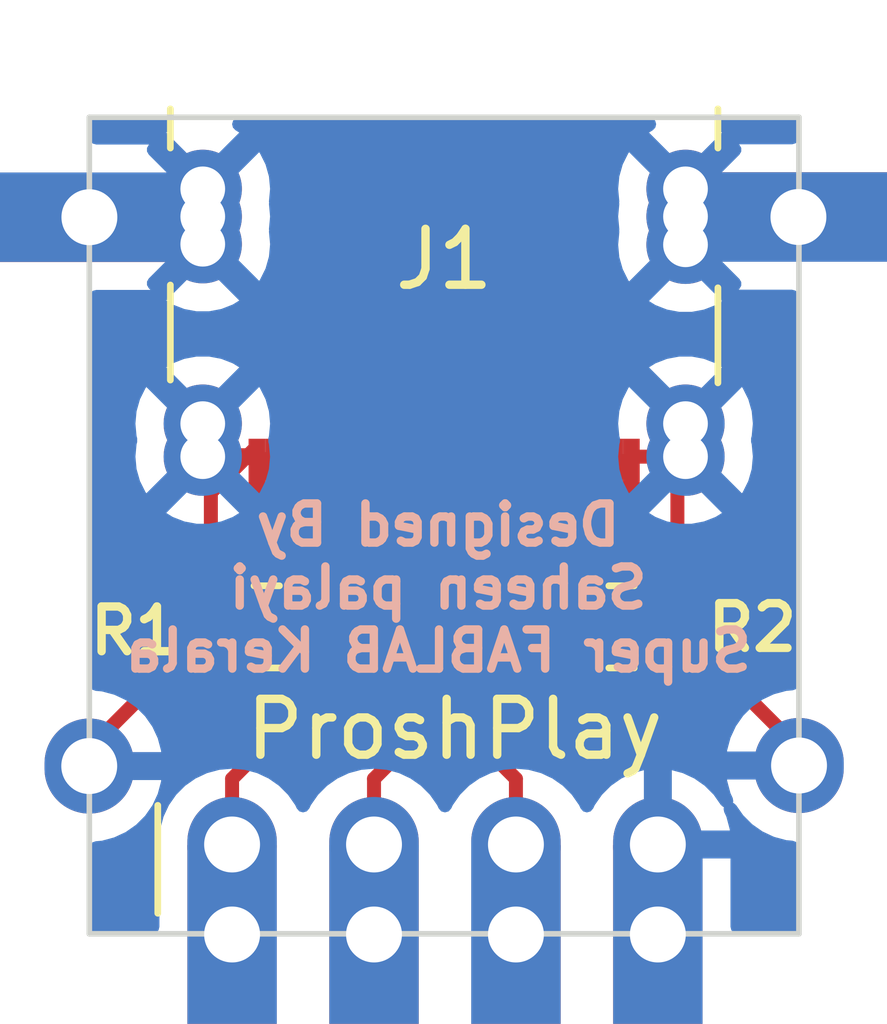
<source format=kicad_pcb>
(kicad_pcb (version 20221018) (generator pcbnew)
  (layers (0 "F.Cu" signal) (31 "B.Cu" signal) (34 "B.Paste" user) (35 "F.Paste" user) (36 "B.SilkS" user "B.Silkscreen") (37 "F.SilkS" user "F.Silkscreen") (38 "B.Mask" user) (39 "F.Mask" user) (44 "Edge.Cuts" user))
  (net 0 "")
  (net 1 "GND")
  (net 2 "VCC")
  (net 3 "Net-(J1-CC1)")
  (net 4 "USB_DM")
  (net 5 "USB_DP")
  (net 7 "Net-(J1-CC2)")
  (footprint "MyLibrary:PinHeader_1x04_P2.54mm_PCB-Edge" (layer "F.Cu") (at 129.72 97.9325 90)
    (fp_text reference "J2" hide)
    (fp_text value "Conn_01x04_Pin")
    (fp_line (start -1.23 -1.33) (end 0.7 -1.33) (stroke (width 0.12)) (layer "F.SilkS"))
    (pad "1" thru_hole rect (at -1.61 0 90) (size 3.2 1.6) (drill 1) (property pad_prop_castellated) (layers "*.Cu" "*.Mask") (net 2 "VCC"))
    (pad "1" thru_hole oval (at 0 0 90) (size 1.7 1.6) (drill 1) (layers "*.Cu" "*.Mask") (net 2 "VCC"))
    (pad "2" thru_hole rect (at -1.61 2.54 90) (size 3.2 1.6) (drill 1) (property pad_prop_castellated) (layers "*.Cu" "*.Mask") (net 4 "USB_DM"))
    (pad "2" thru_hole oval (at 0 2.54 90) (size 1.7 1.6) (drill 1) (layers "*.Cu" "*.Mask") (net 4 "USB_DM"))
    (pad "3" thru_hole rect (at -1.61 5.08 90) (size 3.2 1.6) (drill 1) (property pad_prop_castellated) (layers "*.Cu" "*.Mask") (net 5 "USB_DP"))
    (pad "3" thru_hole oval (at 0 5.08 90) (size 1.7 1.6) (drill 1) (layers "*.Cu" "*.Mask") (net 5 "USB_DP"))
    (pad "4" thru_hole rect (at -1.61 7.62 90) (size 3.2 1.6) (drill 1) (property pad_prop_castellated) (layers "*.Cu" "*.Mask") (net 1 "GND"))
    (pad "4" thru_hole oval (at 0 7.62 90) (size 1.7 1.6) (drill 1) (layers "*.Cu" "*.Mask") (net 1 "GND"))
  )
  (footprint "" (layer "F.Cu") (at 127.166202 86.71226 -90)
    (fp_text reference "" (at 0 0 90) (layer "F.SilkS") (effects (font (size 1.27 1.27))))
    (fp_text value "" (at 0 0 90) (layer "F.SilkS") (effects (font (size 1.27 1.27))))
    (pad "4" thru_hole rect (at 0 0) (size 3.2 1.6) (drill 1) (property pad_prop_castellated) (layers "*.Cu" "*.Mask") (net 1 "GND"))
  )
  (footprint "fab:Conn_USB_C_Socket_Molex_2171790001" (layer "F.Cu") (at 133.515 91.275 180)
    (fp_text reference "J1" (at 0 3.81 unlocked) (layer "F.SilkS"))
    (fp_text value "Conn_USB_C_Socket")
    (fp_line (start -4.9 1.6) (end -4.9 3.3) (stroke (width 0.12)) (layer "F.SilkS"))
    (fp_line (start -4.9 6.5) (end -4.9 5.8) (stroke (width 0.12)) (layer "F.SilkS"))
    (fp_line (start 4.9 1.65) (end 4.9 3.35) (stroke (width 0.12)) (layer "F.SilkS"))
    (fp_line (start 4.9 6.5) (end 4.9 5.8) (stroke (width 0.12)) (layer "F.SilkS"))
    (pad "A1" smd rect (at -3.35 0 180) (size 0.3 1.2) (layers "F.Cu" "F.Paste" "F.Mask") (net 1 "GND"))
    (pad "A4" smd rect (at -2.55 0 180) (size 0.3 1.2) (layers "F.Cu" "F.Paste" "F.Mask") (net 2 "VCC"))
    (pad "A5" smd rect (at -1.25 0 180) (size 0.3 1.2) (layers "F.Cu" "F.Paste" "F.Mask") (net 3 "Net-(J1-CC1)"))
    (pad "A6" smd rect (at -0.25 0 180) (size 0.3 1.2) (layers "F.Cu" "F.Paste" "F.Mask") (net 4 "USB_DM"))
    (pad "A7" smd rect (at 0.25 0 180) (size 0.3 1.2) (layers "F.Cu" "F.Paste" "F.Mask") (net 5 "USB_DP"))
    (pad "A8" smd rect (at 1.25 0 180) (size 0.3 1.2) (layers "F.Cu" "F.Paste" "F.Mask"))
    (pad "A9" smd rect (at 2.55 0 180) (size 0.3 1.2) (layers "F.Cu" "F.Paste" "F.Mask") (net 2 "VCC"))
    (pad "A12" smd rect (at 3.35 0 180) (size 0.3 1.2) (layers "F.Cu" "F.Paste" "F.Mask") (net 1 "GND"))
    (pad "B1" smd rect (at 3.05 0 180) (size 0.3 1.2) (layers "F.Cu" "F.Paste" "F.Mask") (net 1 "GND"))
    (pad "B4" smd rect (at 2.25 0 180) (size 0.3 1.2) (layers "F.Cu" "F.Paste" "F.Mask") (net 2 "VCC"))
    (pad "B5" smd rect (at 1.75 0 180) (size 0.3 1.2) (layers "F.Cu" "F.Paste" "F.Mask") (net 7 "Net-(J1-CC2)"))
    (pad "B6" smd rect (at 0.75 0 180) (size 0.3 1.2) (layers "F.Cu" "F.Paste" "F.Mask") (net 4 "USB_DM"))
    (pad "B7" smd rect (at -0.75 0 180) (size 0.3 1.2) (layers "F.Cu" "F.Paste" "F.Mask") (net 5 "USB_DP"))
    (pad "B8" smd rect (at -1.75 0 180) (size 0.3 1.2) (layers "F.Cu" "F.Paste" "F.Mask"))
    (pad "B9" smd rect (at -2.25 0 180) (size 0.3 1.2) (layers "F.Cu" "F.Paste" "F.Mask") (net 2 "VCC"))
    (pad "B12" smd rect (at -3.05 0 180) (size 0.3 1.2) (layers "F.Cu" "F.Paste" "F.Mask") (net 1 "GND"))
    (pad "S1" thru_hole circle (at -4.32 0.28 180) (size 1.4 1.4) (drill 0.8) (layers "*.Cu" "*.Mask") (net 1 "GND"))
    (pad "S1" thru_hole circle (at -4.32 0.87 180) (size 1.4 1.4) (drill 0.8) (layers "*.Cu" "*.Mask") (net 1 "GND"))
    (pad "S1" thru_hole circle (at -4.32 4.07 180) (size 1.4 1.4) (drill 0.8) (layers "*.Cu" "*.Mask") (net 1 "GND"))
    (pad "S1" thru_hole circle (at -4.32 4.575 180) (size 1.4 1.4) (drill 0.8) (layers "*.Cu" "*.Mask") (net 1 "GND"))
    (pad "S1" thru_hole circle (at -4.32 5.07 180) (size 1.4 1.4) (drill 0.8) (layers "*.Cu" "*.Mask") (net 1 "GND"))
    (pad "S1" thru_hole circle (at 4.32 0.28 180) (size 1.4 1.4) (drill 0.8) (layers "*.Cu" "*.Mask") (net 1 "GND"))
    (pad "S1" thru_hole circle (at 4.32 0.87 180) (size 1.4 1.4) (drill 0.8) (layers "*.Cu" "*.Mask") (net 1 "GND"))
    (pad "S1" thru_hole circle (at 4.32 4.08 180) (size 1.4 1.4) (drill 0.8) (layers "*.Cu" "*.Mask") (net 1 "GND"))
    (pad "S1" thru_hole circle (at 4.32 4.575 180) (size 1.4 1.4) (drill 0.8) (layers "*.Cu" "*.Mask") (net 1 "GND"))
    (pad "S1" thru_hole circle (at 4.32 5.07 180) (size 1.4 1.4) (drill 0.8) (layers "*.Cu" "*.Mask") (net 1 "GND"))
  )
  (footprint "Resistor_SMD:R_0805_2012Metric_Pad1.20x1.40mm_HandSolder" (layer "F.Cu") (at 136.69 94.04)
    (fp_text reference "R2" (at 2.340831 0.01279) (layer "F.SilkS") (effects (font (size 0.8 0.8))))
    (fp_text value "5.1k")
    (fp_line (start -0.227064 -0.735) (end 0.227064 -0.735) (stroke (width 0.12)) (layer "F.SilkS"))
    (fp_line (start -0.227064 0.735) (end 0.227064 0.735) (stroke (width 0.12)) (layer "F.SilkS"))
    (pad "1" smd roundrect (at -1 0) (size 1.2 1.4) (layers "F.Cu" "F.Paste" "F.Mask") (roundrect_rratio 0.2083333333) (net 3 "Net-(J1-CC1)"))
    (pad "2" smd roundrect (at 1 0) (size 1.2 1.4) (layers "F.Cu" "F.Paste" "F.Mask") (roundrect_rratio 0.2083333333) (net 1 "GND"))
  )
  (footprint "" (layer "F.Cu") (at 127.163303 96.529623)
    (fp_text reference "" (at 0 0) (layer "F.SilkS") (effects (font (size 1.27 1.27))))
    (fp_text value "" (at 0 0) (layer "F.SilkS") (effects (font (size 1.27 1.27))))
    (pad "4" thru_hole oval (at 0 0 90) (size 1.7 1.6) (drill 1) (layers "*.Cu" "*.Mask") (net 1 "GND"))
  )
  (footprint "" (layer "F.Cu") (at 139.866806 96.52)
    (fp_text reference "" (at 0 0) (layer "F.SilkS") (effects (font (size 1.27 1.27))))
    (fp_text value "" (at 0 0) (layer "F.SilkS") (effects (font (size 1.27 1.27))))
    (pad "4" thru_hole oval (at 0 0 90) (size 1.7 1.6) (drill 1) (layers "*.Cu" "*.Mask") (net 1 "GND"))
  )
  (footprint "" (layer "F.Cu") (at 139.855966 86.708435 180)
    (fp_text reference "" (at 0 0) (layer "F.SilkS") (effects (font (size 1.27 1.27))))
    (fp_text value "" (at 0 0) (layer "F.SilkS") (effects (font (size 1.27 1.27))))
    (pad "4" thru_hole rect (at 0 0 180) (size 3.2 1.6) (drill 1) (property pad_prop_castellated) (layers "*.Cu" "*.Mask") (net 1 "GND"))
  )
  (footprint "Resistor_SMD:R_0805_2012Metric_Pad1.20x1.40mm_HandSolder" (layer "F.Cu") (at 130.34 94.04 180)
    (fp_text reference "R1" (at 2.364793 -0.072836) (layer "F.SilkS") (effects (font (size 0.8 0.8))))
    (fp_text value "5.1k")
    (fp_line (start -0.227064 -0.735) (end 0.227064 -0.735) (stroke (width 0.12)) (layer "F.SilkS"))
    (fp_line (start -0.227064 0.735) (end 0.227064 0.735) (stroke (width 0.12)) (layer "F.SilkS"))
    (pad "1" smd roundrect (at -1 0 180) (size 1.2 1.4) (layers "F.Cu" "F.Paste" "F.Mask") (roundrect_rratio 0.2083333333) (net 7 "Net-(J1-CC2)"))
    (pad "2" smd roundrect (at 1 0 180) (size 1.2 1.4) (layers "F.Cu" "F.Paste" "F.Mask") (roundrect_rratio 0.2083333333) (net 1 "GND"))
  )
  (gr_line (start 139.865 99.53) (end 127.165 99.53) (stroke (width 0.1)) (layer "Edge.Cuts"))
  (gr_line (start 127.165 99.53) (end 127.165 84.925) (stroke (width 0.1)) (layer "Edge.Cuts"))
  (gr_line (start 139.865 84.925) (end 139.865 99.53) (stroke (width 0.1)) (layer "Edge.Cuts"))
  (gr_line (start 127.165 84.925) (end 139.865 84.925) (stroke (width 0.1)) (layer "Edge.Cuts"))
  (gr_text "Designed By\nSaheen palayi\nSuper FABLAB Kerala" (at 133.407003 94.879473) (layer "B.SilkS") (effects (font (size 0.7 0.7)) (justify bottom mirror)))
  (gr_text "ProshPlay" (at 129.890215 96.45691) (layer "F.SilkS") (effects (font (size 1 1)) (justify left bottom)))
  (segment (start 137.835 90.995) (end 137.69 90.995) (width 0.25) (layer "F.Cu") (net 1))
  (segment (start 129.34 94.04) (end 127.49 95.89) (width 0.25) (layer "F.Cu") (net 1))
  (segment (start 130.165 91.275) (end 130.165 90.8125) (width 0.25) (layer "F.Cu") (net 1))
  (segment (start 136.64 91.2) (end 136.64 91.275) (width 0.25) (layer "F.Cu") (net 1))
  (segment (start 137.69 94.04) (end 139.54 95.89) (width 0.25) (layer "F.Cu") (net 1))
  (segment (start 136.845 90.995) (end 136.64 91.2) (width 0.25) (layer "F.Cu") (net 1))
  (segment (start 137.835 90.995) (end 136.845 90.995) (width 0.25) (layer "F.Cu") (net 1))
  (segment (start 130.185 90.995) (end 130.365 91.175) (width 0.3) (layer "F.Cu") (net 1))
  (segment (start 136.865 91.275) (end 136.565 91.275) (width 0.25) (layer "F.Cu") (net 1))
  (segment (start 130.365 91.175) (end 130.365 91.275) (width 0.3) (layer "F.Cu") (net 1))
  (segment (start 137.69 90.995) (end 137.69 94.04) (width 0.25) (layer "F.Cu") (net 1))
  (segment (start 127.49 95.89) (end 127.49 96.529623) (width 0.25) (layer "F.Cu") (net 1))
  (segment (start 129.34 91.6375) (end 129.34 94.04) (width 0.25) (layer "F.Cu") (net 1))
  (segment (start 130.165 91.275) (end 130.465 91.275) (width 0.25) (layer "F.Cu") (net 1))
  (segment (start 139.54 95.89) (end 139.54 96.52) (width 0.25) (layer "F.Cu") (net 1))
  (segment (start 129.195 90.995) (end 130.185 90.995) (width 0.3) (layer "F.Cu") (net 1))
  (segment (start 130.165 90.8125) (end 129.34 91.6375) (width 0.25) (layer "F.Cu") (net 1))
  (segment (start 131.265 91.275) (end 130.965 91.275) (width 0.25) (layer "F.Cu") (net 2))
  (segment (start 130.965 92.2001) (end 130.34 92.8251) (width 0.25) (layer "F.Cu") (net 2))
  (segment (start 135.765 91.275) (end 136.065 91.275) (width 0.25) (layer "F.Cu") (net 2))
  (segment (start 135.765 91.275) (end 135.74 91.25) (width 0.25) (layer "F.Cu") (net 2))
  (segment (start 130.34 96.1374) (end 129.72 96.7574) (width 0.25) (layer "F.Cu") (net 2))
  (segment (start 131.887245 89.752755) (end 131.265 90.375) (width 0.25) (layer "F.Cu") (net 2))
  (segment (start 129.72 97.9325) (end 129.72 96.7574) (width 0.25) (layer "F.Cu") (net 2))
  (segment (start 130.34 92.8251) (end 130.34 96.1374) (width 0.25) (layer "F.Cu") (net 2))
  (segment (start 135.74 91.25) (end 135.74 90.35) (width 0.25) (layer "F.Cu") (net 2))
  (segment (start 135.142755 89.752755) (end 131.887245 89.752755) (width 0.25) (layer "F.Cu") (net 2))
  (segment (start 130.965 91.275) (end 130.965 92.2001) (width 0.25) (layer "F.Cu") (net 2))
  (segment (start 131.265 90.375) (end 131.265 91.275) (width 0.25) (layer "F.Cu") (net 2))
  (segment (start 135.74 90.35) (end 135.142755 89.752755) (width 0.25) (layer "F.Cu") (net 2))
  (segment (start 134.765 91.275) (end 134.765 93.115) (width 0.25) (layer "F.Cu") (net 3))
  (segment (start 134.765 93.115) (end 135.69 94.04) (width 0.25) (layer "F.Cu") (net 3))
  (segment (start 132.765 96.2524) (end 132.26 96.7574) (width 0.25) (layer "F.Cu") (net 4))
  (segment (start 132.26 97.9325) (end 132.26 96.7574) (width 0.25) (layer "F.Cu") (net 4))
  (segment (start 133.765 91.275) (end 133.765 92.815) (width 0.25) (layer "F.Cu") (net 4))
  (segment (start 132.765 92.2001) (end 132.765 93.18) (width 0.25) (layer "F.Cu") (net 4))
  (segment (start 132.765 93.18) (end 132.765 93.815) (width 0.25) (layer "F.Cu") (net 4))
  (segment (start 133.765 92.815) (end 132.765 93.815) (width 0.25) (layer "F.Cu") (net 4))
  (segment (start 132.765 93.815) (end 132.765 96.2524) (width 0.25) (layer "F.Cu") (net 4))
  (segment (start 132.765 91.275) (end 132.765 92.2001) (width 0.25) (layer "F.Cu") (net 4))
  (segment (start 134.092755 90.202755) (end 134.265 90.375) (width 0.25) (layer "F.Cu") (net 5))
  (segment (start 134.265 90.375) (end 134.265 91.275) (width 0.25) (layer "F.Cu") (net 5))
  (segment (start 133.437245 90.202755) (end 134.092755 90.202755) (width 0.25) (layer "F.Cu") (net 5))
  (segment (start 134.8 96.7574) (end 134.265 96.2224) (width 0.25) (layer "F.Cu") (net 5))
  (segment (start 133.265 90.375) (end 133.437245 90.202755) (width 0.25) (layer "F.Cu") (net 5))
  (segment (start 134.265 96.2224) (end 134.265 91.275) (width 0.25) (layer "F.Cu") (net 5))
  (segment (start 134.8 97.9325) (end 134.8 96.7574) (width 0.25) (layer "F.Cu") (net 5))
  (segment (start 133.265 91.275) (end 133.265 90.375) (width 0.25) (layer "F.Cu") (net 5))
  (segment (start 131.765 93.615) (end 131.34 94.04) (width 0.25) (layer "F.Cu") (net 7))
  (segment (start 131.765 91.275) (end 131.765 93.615) (width 0.25) (layer "F.Cu") (net 7))
  (zone (net 1) (net_name "GND") (layer "B.Cu") (connect_pads (clearance 0.5)) (min_thickness 0.25) (fill yes (thermal_gap 0.5) (thermal_bridge_width 0.5))
    (polygon (pts (xy 127.165 99.53) (xy 127.165 84.925) (xy 139.865 84.925) (xy 139.865 99.53)))
  )
)
</source>
